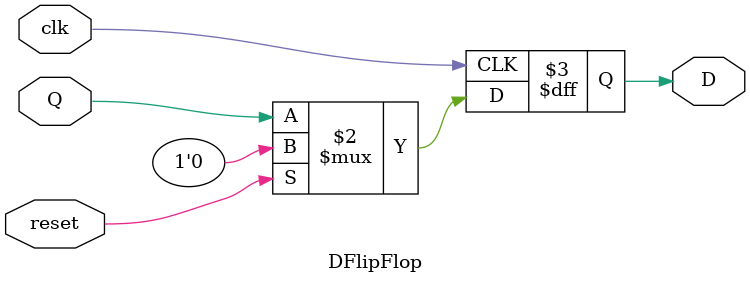
<source format=sv>
module DFlipFlop(clk, reset, Q, D);

	input logic clk, reset; 
	input logic Q; 
	output logic D;  

	always_ff @(posedge clk) begin
		D = reset ? 1'b0 : Q;
	end
endmodule 
</source>
